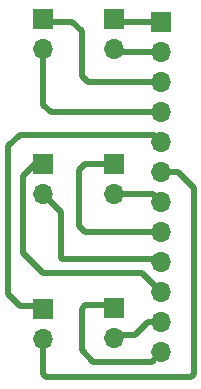
<source format=gbr>
%TF.GenerationSoftware,KiCad,Pcbnew,8.0.4-8.0.4-0~ubuntu24.04.1*%
%TF.CreationDate,2024-09-08T15:52:29+09:00*%
%TF.ProjectId,Battery_joint,42617474-6572-4795-9f6a-6f696e742e6b,rev?*%
%TF.SameCoordinates,Original*%
%TF.FileFunction,Copper,L2,Bot*%
%TF.FilePolarity,Positive*%
%FSLAX46Y46*%
G04 Gerber Fmt 4.6, Leading zero omitted, Abs format (unit mm)*
G04 Created by KiCad (PCBNEW 8.0.4-8.0.4-0~ubuntu24.04.1) date 2024-09-08 15:52:29*
%MOMM*%
%LPD*%
G01*
G04 APERTURE LIST*
%TA.AperFunction,ComponentPad*%
%ADD10R,1.700000X1.700000*%
%TD*%
%TA.AperFunction,ComponentPad*%
%ADD11O,1.700000X1.700000*%
%TD*%
%TA.AperFunction,Conductor*%
%ADD12C,0.500000*%
%TD*%
G04 APERTURE END LIST*
D10*
%TO.P,J6,1,Pin_1*%
%TO.N,VCC4*%
X138250000Y-118975000D03*
D11*
%TO.P,J6,2,Pin_2*%
%TO.N,GND4*%
X138250000Y-121515000D03*
%TD*%
D10*
%TO.P,J3,1,Pin_1*%
%TO.N,VCC1*%
X144250000Y-118960000D03*
D11*
%TO.P,J3,2,Pin_2*%
%TO.N,GND1*%
X144250000Y-121500000D03*
%TD*%
D10*
%TO.P,J2,1,Pin_1*%
%TO.N,VIN*%
X144250000Y-94475000D03*
D11*
%TO.P,J2,2,Pin_2*%
%TO.N,GND*%
X144250000Y-97015000D03*
%TD*%
D10*
%TO.P,J7,1,Pin_1*%
%TO.N,VCC5*%
X138250000Y-94475000D03*
D11*
%TO.P,J7,2,Pin_2*%
%TO.N,GND5*%
X138250000Y-97015000D03*
%TD*%
D10*
%TO.P,J1,1,Pin_1*%
%TO.N,VIN*%
X148250000Y-94750000D03*
D11*
%TO.P,J1,2,Pin_2*%
%TO.N,GND*%
X148250000Y-97290000D03*
%TO.P,J1,3,Pin_3*%
%TO.N,VCC5*%
X148250000Y-99830000D03*
%TO.P,J1,4,Pin_4*%
%TO.N,GND5*%
X148250000Y-102370000D03*
%TO.P,J1,5,Pin_5*%
%TO.N,VCC4*%
X148250000Y-104910000D03*
%TO.P,J1,6,Pin_6*%
%TO.N,GND4*%
X148250000Y-107450000D03*
%TO.P,J1,7,Pin_7*%
%TO.N,GND3*%
X148250000Y-109990000D03*
%TO.P,J1,8,Pin_8*%
%TO.N,VCC3*%
X148250000Y-112530000D03*
%TO.P,J1,9,Pin_9*%
%TO.N,GND2*%
X148250000Y-115070000D03*
%TO.P,J1,10,Pin_10*%
%TO.N,VCC2*%
X148250000Y-117610000D03*
%TO.P,J1,11,Pin_11*%
%TO.N,GND1*%
X148250000Y-120150000D03*
%TO.P,J1,12,Pin_12*%
%TO.N,VCC1*%
X148250000Y-122690000D03*
%TD*%
D10*
%TO.P,J4,1,Pin_1*%
%TO.N,VCC2*%
X138250000Y-106725000D03*
D11*
%TO.P,J4,2,Pin_2*%
%TO.N,GND2*%
X138250000Y-109265000D03*
%TD*%
D10*
%TO.P,J5,1,Pin_1*%
%TO.N,VCC3*%
X144250000Y-106725000D03*
D11*
%TO.P,J5,2,Pin_2*%
%TO.N,GND3*%
X144250000Y-109265000D03*
%TD*%
D12*
%TO.N,VCC4*%
X138250000Y-118750000D02*
X136250000Y-118750000D01*
X136250000Y-118750000D02*
X135250000Y-117750000D01*
X135250000Y-117750000D02*
X135250000Y-105250000D01*
X135250000Y-105250000D02*
X136250000Y-104250000D01*
X147590000Y-104250000D02*
X148250000Y-104910000D01*
X136250000Y-104250000D02*
X147590000Y-104250000D01*
%TO.N,VCC3*%
X144250000Y-106725000D02*
X141775000Y-106725000D01*
X141250000Y-112000000D02*
X141780000Y-112530000D01*
X141775000Y-106725000D02*
X141250000Y-107250000D01*
X141250000Y-107250000D02*
X141250000Y-112000000D01*
X141780000Y-112530000D02*
X148250000Y-112530000D01*
%TO.N,GND2*%
X138250000Y-109265000D02*
X139750000Y-110765000D01*
X139750000Y-110765000D02*
X139750000Y-114640000D01*
X139750000Y-114640000D02*
X139860000Y-114750000D01*
X139860000Y-114750000D02*
X147930000Y-114750000D01*
X147930000Y-114750000D02*
X148250000Y-115070000D01*
%TO.N,VCC2*%
X138250000Y-106725000D02*
X137525000Y-106725000D01*
X137525000Y-106725000D02*
X136500000Y-107750000D01*
X136500000Y-107750000D02*
X136500000Y-114250000D01*
X136500000Y-114250000D02*
X138250000Y-116000000D01*
X138250000Y-116000000D02*
X146640000Y-116000000D01*
X146640000Y-116000000D02*
X148250000Y-117610000D01*
%TO.N,GND1*%
X148250000Y-120150000D02*
X147100000Y-120150000D01*
X147100000Y-120150000D02*
X146000000Y-121250000D01*
X146000000Y-121250000D02*
X144250000Y-121250000D01*
%TO.N,VCC1*%
X148250000Y-122690000D02*
X147440000Y-123500000D01*
X141500000Y-122500000D02*
X141500000Y-119000000D01*
X147440000Y-123500000D02*
X142500000Y-123500000D01*
X142500000Y-123500000D02*
X141500000Y-122500000D01*
X141500000Y-119000000D02*
X141790000Y-118710000D01*
X141790000Y-118710000D02*
X144250000Y-118710000D01*
%TO.N,GND4*%
X138250000Y-124500000D02*
X138500000Y-124750000D01*
X151000000Y-124500000D02*
X151000000Y-108750000D01*
X138250000Y-121515000D02*
X138250000Y-124500000D01*
X149700000Y-107450000D02*
X148250000Y-107450000D01*
X138500000Y-124750000D02*
X150750000Y-124750000D01*
X151000000Y-108750000D02*
X149700000Y-107450000D01*
X150750000Y-124750000D02*
X151000000Y-124500000D01*
%TO.N,VCC5*%
X141500000Y-95500000D02*
X141500000Y-99250000D01*
X140725000Y-94725000D02*
X141500000Y-95500000D01*
X142080000Y-99830000D02*
X148250000Y-99830000D01*
X141500000Y-99250000D02*
X142080000Y-99830000D01*
X138250000Y-94725000D02*
X140725000Y-94725000D01*
%TO.N,GND5*%
X138250000Y-101750000D02*
X138870000Y-102370000D01*
X138870000Y-102370000D02*
X148250000Y-102370000D01*
X138250000Y-97265000D02*
X138250000Y-101750000D01*
%TO.N,GND*%
X148225000Y-97265000D02*
X148250000Y-97290000D01*
X144250000Y-97265000D02*
X148225000Y-97265000D01*
%TO.N,VIN*%
X148250000Y-94750000D02*
X144275000Y-94750000D01*
X144275000Y-94750000D02*
X144250000Y-94725000D01*
%TO.N,GND3*%
X147525000Y-109265000D02*
X148250000Y-109990000D01*
X144250000Y-109265000D02*
X147525000Y-109265000D01*
%TD*%
M02*

</source>
